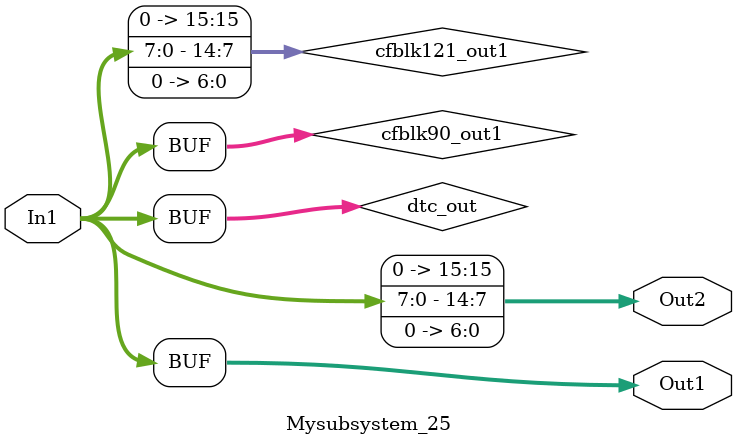
<source format=v>



`timescale 1 ns / 1 ns

module Mysubsystem_25
          (In1,
           Out1,
           Out2);


  input   [7:0] In1;  // uint8
  output  [7:0] Out1;  // uint8
  output  [15:0] Out2;  // ufix16_En7


  wire [7:0] dtc_out;  // ufix8
  wire [7:0] cfblk90_out1;  // uint8
  wire [15:0] cfblk121_out1;  // ufix16_En7


  assign dtc_out = In1;



  assign cfblk90_out1 = dtc_out;



  assign Out1 = cfblk90_out1;

  assign cfblk121_out1 = {1'b0, {cfblk90_out1, 7'b0000000}};



  assign Out2 = cfblk121_out1;

endmodule  // Mysubsystem_25


</source>
